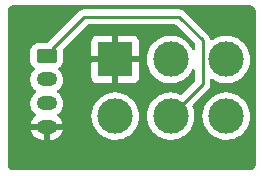
<source format=gbr>
%TF.GenerationSoftware,KiCad,Pcbnew,(6.0.7)*%
%TF.CreationDate,2023-06-23T09:46:04+02:00*%
%TF.ProjectId,switch_breakout,73776974-6368-45f6-9272-65616b6f7574,1.0*%
%TF.SameCoordinates,Original*%
%TF.FileFunction,Copper,L2,Bot*%
%TF.FilePolarity,Positive*%
%FSLAX46Y46*%
G04 Gerber Fmt 4.6, Leading zero omitted, Abs format (unit mm)*
G04 Created by KiCad (PCBNEW (6.0.7)) date 2023-06-23 09:46:04*
%MOMM*%
%LPD*%
G01*
G04 APERTURE LIST*
G04 Aperture macros list*
%AMRoundRect*
0 Rectangle with rounded corners*
0 $1 Rounding radius*
0 $2 $3 $4 $5 $6 $7 $8 $9 X,Y pos of 4 corners*
0 Add a 4 corners polygon primitive as box body*
4,1,4,$2,$3,$4,$5,$6,$7,$8,$9,$2,$3,0*
0 Add four circle primitives for the rounded corners*
1,1,$1+$1,$2,$3*
1,1,$1+$1,$4,$5*
1,1,$1+$1,$6,$7*
1,1,$1+$1,$8,$9*
0 Add four rect primitives between the rounded corners*
20,1,$1+$1,$2,$3,$4,$5,0*
20,1,$1+$1,$4,$5,$6,$7,0*
20,1,$1+$1,$6,$7,$8,$9,0*
20,1,$1+$1,$8,$9,$2,$3,0*%
G04 Aperture macros list end*
%TA.AperFunction,ComponentPad*%
%ADD10R,3.000000X3.000000*%
%TD*%
%TA.AperFunction,ComponentPad*%
%ADD11C,3.000000*%
%TD*%
%TA.AperFunction,ComponentPad*%
%ADD12RoundRect,0.250000X-0.625000X0.350000X-0.625000X-0.350000X0.625000X-0.350000X0.625000X0.350000X0*%
%TD*%
%TA.AperFunction,ComponentPad*%
%ADD13O,1.750000X1.200000*%
%TD*%
%TA.AperFunction,Conductor*%
%ADD14C,0.250000*%
%TD*%
G04 APERTURE END LIST*
D10*
%TO.P,SW1,1,A*%
%TO.N,GND*%
X124605000Y-85105000D03*
D11*
%TO.P,SW1,2,B*%
%TO.N,Net-(J1-Pad2)*%
X129305000Y-85105000D03*
%TO.P,SW1,3,C*%
%TO.N,Net-(J1-Pad3)*%
X134005000Y-85105000D03*
%TO.P,SW1,4,A*%
X124605000Y-89905000D03*
%TO.P,SW1,5,B*%
%TO.N,Net-(J1-Pad1)*%
X129305000Y-89905000D03*
%TO.P,SW1,6,C*%
%TO.N,Net-(J1-Pad3)*%
X134005000Y-89905000D03*
%TD*%
D12*
%TO.P,J1,1,Pin_1*%
%TO.N,Net-(J1-Pad1)*%
X118800000Y-84800000D03*
D13*
%TO.P,J1,2,Pin_2*%
%TO.N,Net-(J1-Pad2)*%
X118800000Y-86800000D03*
%TO.P,J1,3,Pin_3*%
%TO.N,Net-(J1-Pad3)*%
X118800000Y-88800000D03*
%TO.P,J1,4,Pin_4*%
%TO.N,GND*%
X118800000Y-90800000D03*
%TD*%
D14*
%TO.N,Net-(J1-Pad1)*%
X119250000Y-84800000D02*
X119250000Y-84250000D01*
X119250000Y-84250000D02*
X122000000Y-81500000D01*
X122000000Y-81500000D02*
X130000000Y-81500000D01*
X132000000Y-83500000D02*
X132000000Y-87210000D01*
X132000000Y-87210000D02*
X129305000Y-89905000D01*
X130000000Y-81500000D02*
X132000000Y-83500000D01*
%TD*%
%TA.AperFunction,Conductor*%
%TO.N,GND*%
G36*
X135970018Y-80510000D02*
G01*
X135984852Y-80512310D01*
X135984855Y-80512310D01*
X135993724Y-80513691D01*
X136002626Y-80512527D01*
X136002750Y-80512511D01*
X136033192Y-80512240D01*
X136040621Y-80513077D01*
X136095264Y-80519234D01*
X136122771Y-80525513D01*
X136199853Y-80552485D01*
X136225274Y-80564727D01*
X136294426Y-80608178D01*
X136316485Y-80625770D01*
X136374230Y-80683515D01*
X136391822Y-80705574D01*
X136435273Y-80774726D01*
X136447515Y-80800147D01*
X136474487Y-80877228D01*
X136480766Y-80904736D01*
X136487018Y-80960226D01*
X136486923Y-80975868D01*
X136487800Y-80975879D01*
X136487690Y-80984851D01*
X136486309Y-80993724D01*
X136487473Y-81002626D01*
X136487473Y-81002628D01*
X136489326Y-81016796D01*
X136490251Y-81023865D01*
X136490436Y-81025283D01*
X136491500Y-81041621D01*
X136491500Y-93950633D01*
X136490000Y-93970018D01*
X136486309Y-93993724D01*
X136487473Y-94002626D01*
X136487489Y-94002750D01*
X136487760Y-94033192D01*
X136485430Y-94053870D01*
X136480766Y-94095264D01*
X136474487Y-94122771D01*
X136447515Y-94199853D01*
X136435273Y-94225274D01*
X136391822Y-94294426D01*
X136374230Y-94316485D01*
X136316485Y-94374230D01*
X136294426Y-94391822D01*
X136225274Y-94435273D01*
X136199853Y-94447515D01*
X136122772Y-94474487D01*
X136095264Y-94480766D01*
X136039774Y-94487018D01*
X136024132Y-94486923D01*
X136024121Y-94487800D01*
X136015149Y-94487690D01*
X136006276Y-94486309D01*
X135997374Y-94487473D01*
X135997372Y-94487473D01*
X135986385Y-94488910D01*
X135974714Y-94490436D01*
X135958379Y-94491500D01*
X116049367Y-94491500D01*
X116029982Y-94490000D01*
X116015148Y-94487690D01*
X116015145Y-94487690D01*
X116006276Y-94486309D01*
X115997374Y-94487473D01*
X115997250Y-94487489D01*
X115966808Y-94487760D01*
X115946130Y-94485430D01*
X115904736Y-94480766D01*
X115877229Y-94474487D01*
X115800147Y-94447515D01*
X115774726Y-94435273D01*
X115705574Y-94391822D01*
X115683515Y-94374230D01*
X115625770Y-94316485D01*
X115608178Y-94294426D01*
X115564727Y-94225274D01*
X115552485Y-94199853D01*
X115525513Y-94122772D01*
X115519234Y-94095266D01*
X115513170Y-94041451D01*
X115512888Y-94016640D01*
X115513576Y-94012552D01*
X115513729Y-94000000D01*
X115509773Y-93972376D01*
X115508500Y-93954514D01*
X115508500Y-91067399D01*
X117449712Y-91067399D01*
X117471194Y-91156537D01*
X117475083Y-91167832D01*
X117557629Y-91349382D01*
X117563576Y-91359724D01*
X117678968Y-91522397D01*
X117686761Y-91531425D01*
X117830831Y-91669342D01*
X117840196Y-91676738D01*
X118007741Y-91784921D01*
X118018345Y-91790417D01*
X118203312Y-91864961D01*
X118214770Y-91868355D01*
X118411928Y-91906857D01*
X118420791Y-91907934D01*
X118423500Y-91908000D01*
X118527885Y-91908000D01*
X118543124Y-91903525D01*
X118544329Y-91902135D01*
X118546000Y-91894452D01*
X118546000Y-91889885D01*
X119054000Y-91889885D01*
X119058475Y-91905124D01*
X119059865Y-91906329D01*
X119067548Y-91908000D01*
X119124832Y-91908000D01*
X119130808Y-91907715D01*
X119279494Y-91893529D01*
X119291228Y-91891270D01*
X119482599Y-91835128D01*
X119493675Y-91830698D01*
X119670978Y-91739381D01*
X119681024Y-91732931D01*
X119837857Y-91609738D01*
X119846506Y-91601501D01*
X119977212Y-91450877D01*
X119984147Y-91441153D01*
X120084010Y-91268533D01*
X120088984Y-91257669D01*
X120154407Y-91069273D01*
X120154648Y-91068284D01*
X120153180Y-91057992D01*
X120139615Y-91054000D01*
X119072115Y-91054000D01*
X119056876Y-91058475D01*
X119055671Y-91059865D01*
X119054000Y-91067548D01*
X119054000Y-91889885D01*
X118546000Y-91889885D01*
X118546000Y-91072115D01*
X118541525Y-91056876D01*
X118540135Y-91055671D01*
X118532452Y-91054000D01*
X117464598Y-91054000D01*
X117451067Y-91057973D01*
X117449712Y-91067399D01*
X115508500Y-91067399D01*
X115508500Y-88745604D01*
X117412787Y-88745604D01*
X117422567Y-88956899D01*
X117423971Y-88962724D01*
X117423971Y-88962725D01*
X117454690Y-89090188D01*
X117472125Y-89162534D01*
X117474607Y-89167992D01*
X117474608Y-89167996D01*
X117518053Y-89263546D01*
X117559674Y-89355087D01*
X117682054Y-89527611D01*
X117834850Y-89673881D01*
X117839881Y-89677130D01*
X117839888Y-89677135D01*
X117867607Y-89695033D01*
X117913984Y-89748789D01*
X117923937Y-89819085D01*
X117894304Y-89883602D01*
X117877091Y-89899970D01*
X117762143Y-89990262D01*
X117753494Y-89998499D01*
X117622788Y-90149123D01*
X117615853Y-90158847D01*
X117515990Y-90331467D01*
X117511016Y-90342331D01*
X117445593Y-90530727D01*
X117445352Y-90531716D01*
X117446820Y-90542008D01*
X117460385Y-90546000D01*
X120135402Y-90546000D01*
X120148933Y-90542027D01*
X120150288Y-90532601D01*
X120128806Y-90443463D01*
X120124917Y-90432168D01*
X120042371Y-90250618D01*
X120036424Y-90240276D01*
X119921032Y-90077603D01*
X119913239Y-90068575D01*
X119769169Y-89930658D01*
X119759800Y-89923259D01*
X119732423Y-89905582D01*
X119713732Y-89883918D01*
X122591917Y-89883918D01*
X122607682Y-90157320D01*
X122608507Y-90161525D01*
X122608508Y-90161533D01*
X122619127Y-90215657D01*
X122660405Y-90426053D01*
X122661792Y-90430103D01*
X122661793Y-90430108D01*
X122700105Y-90542008D01*
X122749112Y-90685144D01*
X122872160Y-90929799D01*
X122874586Y-90933328D01*
X122874589Y-90933334D01*
X123024843Y-91151953D01*
X123027274Y-91155490D01*
X123211582Y-91358043D01*
X123421675Y-91533707D01*
X123425316Y-91535991D01*
X123650024Y-91676951D01*
X123650028Y-91676953D01*
X123653664Y-91679234D01*
X123721544Y-91709883D01*
X123899345Y-91790164D01*
X123899349Y-91790166D01*
X123903257Y-91791930D01*
X123907377Y-91793150D01*
X123907376Y-91793150D01*
X124161723Y-91868491D01*
X124161727Y-91868492D01*
X124165836Y-91869709D01*
X124170070Y-91870357D01*
X124170075Y-91870358D01*
X124432298Y-91910483D01*
X124432300Y-91910483D01*
X124436540Y-91911132D01*
X124575912Y-91913322D01*
X124706071Y-91915367D01*
X124706077Y-91915367D01*
X124710362Y-91915434D01*
X124982235Y-91882534D01*
X125247127Y-91813041D01*
X125251087Y-91811401D01*
X125251092Y-91811399D01*
X125373631Y-91760641D01*
X125500136Y-91708241D01*
X125668704Y-91609738D01*
X125732879Y-91572237D01*
X125732880Y-91572236D01*
X125736582Y-91570073D01*
X125952089Y-91401094D01*
X125992180Y-91359724D01*
X126139686Y-91207509D01*
X126142669Y-91204431D01*
X126145202Y-91200983D01*
X126145206Y-91200978D01*
X126302257Y-90987178D01*
X126304795Y-90983723D01*
X126332154Y-90933334D01*
X126433418Y-90746830D01*
X126433419Y-90746828D01*
X126435468Y-90743054D01*
X126511437Y-90542008D01*
X126530751Y-90490895D01*
X126530752Y-90490891D01*
X126532269Y-90486877D01*
X126565374Y-90342331D01*
X126592449Y-90224117D01*
X126592450Y-90224113D01*
X126593407Y-90219933D01*
X126606110Y-90077603D01*
X126617531Y-89949627D01*
X126617531Y-89949625D01*
X126617751Y-89947161D01*
X126618193Y-89905000D01*
X126604262Y-89700644D01*
X126599859Y-89636055D01*
X126599858Y-89636049D01*
X126599567Y-89631778D01*
X126544032Y-89363612D01*
X126452617Y-89105465D01*
X126327013Y-88862112D01*
X126317376Y-88848399D01*
X126240955Y-88739664D01*
X126169545Y-88638057D01*
X125983125Y-88437445D01*
X125979810Y-88434731D01*
X125979806Y-88434728D01*
X125774523Y-88266706D01*
X125771205Y-88263990D01*
X125537704Y-88120901D01*
X125533768Y-88119173D01*
X125290873Y-88012549D01*
X125290869Y-88012548D01*
X125286945Y-88010825D01*
X125023566Y-87935800D01*
X125019324Y-87935196D01*
X125019318Y-87935195D01*
X124808941Y-87905254D01*
X124752443Y-87897213D01*
X124608589Y-87896460D01*
X124482877Y-87895802D01*
X124482871Y-87895802D01*
X124478591Y-87895780D01*
X124474347Y-87896339D01*
X124474343Y-87896339D01*
X124355302Y-87912011D01*
X124207078Y-87931525D01*
X124202938Y-87932658D01*
X124202936Y-87932658D01*
X124130008Y-87952609D01*
X123942928Y-88003788D01*
X123938980Y-88005472D01*
X123694982Y-88109546D01*
X123694978Y-88109548D01*
X123691030Y-88111232D01*
X123671125Y-88123145D01*
X123459725Y-88249664D01*
X123459721Y-88249667D01*
X123456043Y-88251868D01*
X123242318Y-88423094D01*
X123053808Y-88621742D01*
X122894002Y-88844136D01*
X122765857Y-89086161D01*
X122764385Y-89090184D01*
X122764383Y-89090188D01*
X122699041Y-89268742D01*
X122671743Y-89343337D01*
X122613404Y-89610907D01*
X122613068Y-89615177D01*
X122593195Y-89867686D01*
X122591917Y-89883918D01*
X119713732Y-89883918D01*
X119686045Y-89851828D01*
X119676091Y-89781532D01*
X119705722Y-89717015D01*
X119722937Y-89700644D01*
X119838202Y-89610102D01*
X119842920Y-89606396D01*
X119846852Y-89601865D01*
X119846855Y-89601862D01*
X119977621Y-89451167D01*
X119981552Y-89446637D01*
X119984552Y-89441451D01*
X119984555Y-89441447D01*
X120084467Y-89268742D01*
X120087473Y-89263546D01*
X120156861Y-89063729D01*
X120172351Y-88956899D01*
X120186352Y-88860336D01*
X120186352Y-88860333D01*
X120187213Y-88854396D01*
X120177433Y-88643101D01*
X120127875Y-88437466D01*
X120121341Y-88423094D01*
X120047982Y-88261751D01*
X120040326Y-88244913D01*
X119917946Y-88072389D01*
X119765150Y-87926119D01*
X119759255Y-87922312D01*
X119732837Y-87905254D01*
X119686460Y-87851499D01*
X119676507Y-87781203D01*
X119706139Y-87716686D01*
X119723353Y-87700317D01*
X119730446Y-87694746D01*
X119842920Y-87606396D01*
X119846852Y-87601865D01*
X119846855Y-87601862D01*
X119977621Y-87451167D01*
X119981552Y-87446637D01*
X119984552Y-87441451D01*
X119984555Y-87441447D01*
X120084467Y-87268742D01*
X120087473Y-87263546D01*
X120156861Y-87063729D01*
X120164053Y-87014130D01*
X120186352Y-86860336D01*
X120186352Y-86860333D01*
X120187213Y-86854396D01*
X120177737Y-86649669D01*
X122597001Y-86649669D01*
X122597371Y-86656490D01*
X122602895Y-86707352D01*
X122606521Y-86722604D01*
X122651676Y-86843054D01*
X122660214Y-86858649D01*
X122736715Y-86960724D01*
X122749276Y-86973285D01*
X122851351Y-87049786D01*
X122866946Y-87058324D01*
X122987394Y-87103478D01*
X123002649Y-87107105D01*
X123053514Y-87112631D01*
X123060328Y-87113000D01*
X124332885Y-87113000D01*
X124348124Y-87108525D01*
X124349329Y-87107135D01*
X124351000Y-87099452D01*
X124351000Y-87094884D01*
X124859000Y-87094884D01*
X124863475Y-87110123D01*
X124864865Y-87111328D01*
X124872548Y-87112999D01*
X126149669Y-87112999D01*
X126156490Y-87112629D01*
X126207352Y-87107105D01*
X126222604Y-87103479D01*
X126343054Y-87058324D01*
X126358649Y-87049786D01*
X126460724Y-86973285D01*
X126473285Y-86960724D01*
X126549786Y-86858649D01*
X126558324Y-86843054D01*
X126603478Y-86722606D01*
X126607105Y-86707351D01*
X126612631Y-86656486D01*
X126613000Y-86649672D01*
X126613000Y-85377115D01*
X126608525Y-85361876D01*
X126607135Y-85360671D01*
X126599452Y-85359000D01*
X124877115Y-85359000D01*
X124861876Y-85363475D01*
X124860671Y-85364865D01*
X124859000Y-85372548D01*
X124859000Y-87094884D01*
X124351000Y-87094884D01*
X124351000Y-85377115D01*
X124346525Y-85361876D01*
X124345135Y-85360671D01*
X124337452Y-85359000D01*
X122615116Y-85359000D01*
X122599877Y-85363475D01*
X122598672Y-85364865D01*
X122597001Y-85372548D01*
X122597001Y-86649669D01*
X120177737Y-86649669D01*
X120177433Y-86643101D01*
X120127875Y-86437466D01*
X120114255Y-86407509D01*
X120042806Y-86250368D01*
X120040326Y-86244913D01*
X119917946Y-86072389D01*
X119913619Y-86068247D01*
X119913614Y-86068241D01*
X119822683Y-85981194D01*
X119787306Y-85919639D01*
X119790825Y-85848730D01*
X119832121Y-85790979D01*
X119843504Y-85783035D01*
X119899348Y-85748478D01*
X120024305Y-85623303D01*
X120117115Y-85472738D01*
X120155397Y-85357320D01*
X120170632Y-85311389D01*
X120170632Y-85311387D01*
X120172797Y-85304861D01*
X120183500Y-85200400D01*
X120183500Y-84832885D01*
X122597000Y-84832885D01*
X122601475Y-84848124D01*
X122602865Y-84849329D01*
X122610548Y-84851000D01*
X124332885Y-84851000D01*
X124348124Y-84846525D01*
X124349329Y-84845135D01*
X124351000Y-84837452D01*
X124351000Y-84832885D01*
X124859000Y-84832885D01*
X124863475Y-84848124D01*
X124864865Y-84849329D01*
X124872548Y-84851000D01*
X126594884Y-84851000D01*
X126610123Y-84846525D01*
X126611328Y-84845135D01*
X126612999Y-84837452D01*
X126612999Y-83560331D01*
X126612629Y-83553510D01*
X126607105Y-83502648D01*
X126603479Y-83487396D01*
X126558324Y-83366946D01*
X126549786Y-83351351D01*
X126473285Y-83249276D01*
X126460724Y-83236715D01*
X126358649Y-83160214D01*
X126343054Y-83151676D01*
X126222606Y-83106522D01*
X126207351Y-83102895D01*
X126156486Y-83097369D01*
X126149672Y-83097000D01*
X124877115Y-83097000D01*
X124861876Y-83101475D01*
X124860671Y-83102865D01*
X124859000Y-83110548D01*
X124859000Y-84832885D01*
X124351000Y-84832885D01*
X124351000Y-83115116D01*
X124346525Y-83099877D01*
X124345135Y-83098672D01*
X124337452Y-83097001D01*
X123060331Y-83097001D01*
X123053510Y-83097371D01*
X123002648Y-83102895D01*
X122987396Y-83106521D01*
X122866946Y-83151676D01*
X122851351Y-83160214D01*
X122749276Y-83236715D01*
X122736715Y-83249276D01*
X122660214Y-83351351D01*
X122651676Y-83366946D01*
X122606522Y-83487394D01*
X122602895Y-83502649D01*
X122597369Y-83553514D01*
X122597000Y-83560328D01*
X122597000Y-84832885D01*
X120183500Y-84832885D01*
X120183500Y-84399600D01*
X120172526Y-84293834D01*
X120174610Y-84293618D01*
X120179049Y-84232845D01*
X120207943Y-84187961D01*
X122225499Y-82170405D01*
X122287811Y-82136379D01*
X122314594Y-82133500D01*
X129685406Y-82133500D01*
X129753527Y-82153502D01*
X129774501Y-82170405D01*
X131329595Y-83725500D01*
X131363621Y-83787812D01*
X131366500Y-83814595D01*
X131366500Y-84201015D01*
X131346498Y-84269136D01*
X131292842Y-84315629D01*
X131222568Y-84325733D01*
X131157988Y-84296239D01*
X131128534Y-84258805D01*
X131028978Y-84065919D01*
X131028978Y-84065918D01*
X131027013Y-84062112D01*
X131017040Y-84047921D01*
X130879008Y-83851522D01*
X130869545Y-83838057D01*
X130683125Y-83637445D01*
X130679810Y-83634731D01*
X130679806Y-83634728D01*
X130474523Y-83466706D01*
X130471205Y-83463990D01*
X130237704Y-83320901D01*
X130233768Y-83319173D01*
X129990873Y-83212549D01*
X129990869Y-83212548D01*
X129986945Y-83210825D01*
X129723566Y-83135800D01*
X129719324Y-83135196D01*
X129719318Y-83135195D01*
X129517844Y-83106521D01*
X129452443Y-83097213D01*
X129308589Y-83096460D01*
X129182877Y-83095802D01*
X129182871Y-83095802D01*
X129178591Y-83095780D01*
X129174347Y-83096339D01*
X129174343Y-83096339D01*
X129066416Y-83110548D01*
X128907078Y-83131525D01*
X128902938Y-83132658D01*
X128902936Y-83132658D01*
X128851633Y-83146693D01*
X128642928Y-83203788D01*
X128638980Y-83205472D01*
X128394982Y-83309546D01*
X128394978Y-83309548D01*
X128391030Y-83311232D01*
X128275027Y-83380658D01*
X128159725Y-83449664D01*
X128159721Y-83449667D01*
X128156043Y-83451868D01*
X127942318Y-83623094D01*
X127753808Y-83821742D01*
X127594002Y-84044136D01*
X127465857Y-84286161D01*
X127464385Y-84290184D01*
X127464383Y-84290188D01*
X127373214Y-84539317D01*
X127371743Y-84543337D01*
X127313404Y-84810907D01*
X127291917Y-85083918D01*
X127307682Y-85357320D01*
X127308507Y-85361525D01*
X127308508Y-85361533D01*
X127319127Y-85415657D01*
X127360405Y-85626053D01*
X127361792Y-85630103D01*
X127361793Y-85630108D01*
X127442830Y-85866796D01*
X127449112Y-85885144D01*
X127491308Y-85969042D01*
X127513755Y-86013672D01*
X127572160Y-86129799D01*
X127574586Y-86133328D01*
X127574589Y-86133334D01*
X127647917Y-86240026D01*
X127727274Y-86355490D01*
X127730161Y-86358663D01*
X127730162Y-86358664D01*
X127886617Y-86530607D01*
X127911582Y-86558043D01*
X128121675Y-86733707D01*
X128125316Y-86735991D01*
X128350024Y-86876951D01*
X128350028Y-86876953D01*
X128353664Y-86879234D01*
X128421544Y-86909883D01*
X128599345Y-86990164D01*
X128599349Y-86990166D01*
X128603257Y-86991930D01*
X128607377Y-86993150D01*
X128607376Y-86993150D01*
X128861723Y-87068491D01*
X128861727Y-87068492D01*
X128865836Y-87069709D01*
X128870070Y-87070357D01*
X128870075Y-87070358D01*
X129132298Y-87110483D01*
X129132300Y-87110483D01*
X129136540Y-87111132D01*
X129275912Y-87113322D01*
X129406071Y-87115367D01*
X129406077Y-87115367D01*
X129410362Y-87115434D01*
X129682235Y-87082534D01*
X129947127Y-87013041D01*
X129951087Y-87011401D01*
X129951092Y-87011399D01*
X130082665Y-86956899D01*
X130200136Y-86908241D01*
X130318359Y-86839157D01*
X130432879Y-86772237D01*
X130432880Y-86772236D01*
X130436582Y-86770073D01*
X130652089Y-86601094D01*
X130676050Y-86576369D01*
X130839686Y-86407509D01*
X130842669Y-86404431D01*
X130845202Y-86400983D01*
X130845206Y-86400978D01*
X131002257Y-86187178D01*
X131004795Y-86183723D01*
X131034074Y-86129799D01*
X131105560Y-85998138D01*
X131129769Y-85953550D01*
X131179852Y-85903228D01*
X131249190Y-85887972D01*
X131315769Y-85912624D01*
X131358451Y-85969359D01*
X131366500Y-86013672D01*
X131366500Y-86895406D01*
X131346498Y-86963527D01*
X131329595Y-86984501D01*
X130267664Y-88046432D01*
X130205352Y-88080458D01*
X130127924Y-88072710D01*
X129990878Y-88012551D01*
X129990872Y-88012549D01*
X129986945Y-88010825D01*
X129723566Y-87935800D01*
X129719324Y-87935196D01*
X129719318Y-87935195D01*
X129508941Y-87905254D01*
X129452443Y-87897213D01*
X129308589Y-87896460D01*
X129182877Y-87895802D01*
X129182871Y-87895802D01*
X129178591Y-87895780D01*
X129174347Y-87896339D01*
X129174343Y-87896339D01*
X129055302Y-87912011D01*
X128907078Y-87931525D01*
X128902938Y-87932658D01*
X128902936Y-87932658D01*
X128830008Y-87952609D01*
X128642928Y-88003788D01*
X128638980Y-88005472D01*
X128394982Y-88109546D01*
X128394978Y-88109548D01*
X128391030Y-88111232D01*
X128371125Y-88123145D01*
X128159725Y-88249664D01*
X128159721Y-88249667D01*
X128156043Y-88251868D01*
X127942318Y-88423094D01*
X127753808Y-88621742D01*
X127594002Y-88844136D01*
X127465857Y-89086161D01*
X127464385Y-89090184D01*
X127464383Y-89090188D01*
X127399041Y-89268742D01*
X127371743Y-89343337D01*
X127313404Y-89610907D01*
X127313068Y-89615177D01*
X127293195Y-89867686D01*
X127291917Y-89883918D01*
X127307682Y-90157320D01*
X127308507Y-90161525D01*
X127308508Y-90161533D01*
X127319127Y-90215657D01*
X127360405Y-90426053D01*
X127361792Y-90430103D01*
X127361793Y-90430108D01*
X127400105Y-90542008D01*
X127449112Y-90685144D01*
X127572160Y-90929799D01*
X127574586Y-90933328D01*
X127574589Y-90933334D01*
X127724843Y-91151953D01*
X127727274Y-91155490D01*
X127911582Y-91358043D01*
X128121675Y-91533707D01*
X128125316Y-91535991D01*
X128350024Y-91676951D01*
X128350028Y-91676953D01*
X128353664Y-91679234D01*
X128421544Y-91709883D01*
X128599345Y-91790164D01*
X128599349Y-91790166D01*
X128603257Y-91791930D01*
X128607377Y-91793150D01*
X128607376Y-91793150D01*
X128861723Y-91868491D01*
X128861727Y-91868492D01*
X128865836Y-91869709D01*
X128870070Y-91870357D01*
X128870075Y-91870358D01*
X129132298Y-91910483D01*
X129132300Y-91910483D01*
X129136540Y-91911132D01*
X129275912Y-91913322D01*
X129406071Y-91915367D01*
X129406077Y-91915367D01*
X129410362Y-91915434D01*
X129682235Y-91882534D01*
X129947127Y-91813041D01*
X129951087Y-91811401D01*
X129951092Y-91811399D01*
X130073631Y-91760641D01*
X130200136Y-91708241D01*
X130368704Y-91609738D01*
X130432879Y-91572237D01*
X130432880Y-91572236D01*
X130436582Y-91570073D01*
X130652089Y-91401094D01*
X130692180Y-91359724D01*
X130839686Y-91207509D01*
X130842669Y-91204431D01*
X130845202Y-91200983D01*
X130845206Y-91200978D01*
X131002257Y-90987178D01*
X131004795Y-90983723D01*
X131032154Y-90933334D01*
X131133418Y-90746830D01*
X131133419Y-90746828D01*
X131135468Y-90743054D01*
X131211437Y-90542008D01*
X131230751Y-90490895D01*
X131230752Y-90490891D01*
X131232269Y-90486877D01*
X131265374Y-90342331D01*
X131292449Y-90224117D01*
X131292450Y-90224113D01*
X131293407Y-90219933D01*
X131306110Y-90077603D01*
X131317531Y-89949627D01*
X131317531Y-89949625D01*
X131317751Y-89947161D01*
X131318193Y-89905000D01*
X131316756Y-89883918D01*
X131991917Y-89883918D01*
X132007682Y-90157320D01*
X132008507Y-90161525D01*
X132008508Y-90161533D01*
X132019127Y-90215657D01*
X132060405Y-90426053D01*
X132061792Y-90430103D01*
X132061793Y-90430108D01*
X132100105Y-90542008D01*
X132149112Y-90685144D01*
X132272160Y-90929799D01*
X132274586Y-90933328D01*
X132274589Y-90933334D01*
X132424843Y-91151953D01*
X132427274Y-91155490D01*
X132611582Y-91358043D01*
X132821675Y-91533707D01*
X132825316Y-91535991D01*
X133050024Y-91676951D01*
X133050028Y-91676953D01*
X133053664Y-91679234D01*
X133121544Y-91709883D01*
X133299345Y-91790164D01*
X133299349Y-91790166D01*
X133303257Y-91791930D01*
X133307377Y-91793150D01*
X133307376Y-91793150D01*
X133561723Y-91868491D01*
X133561727Y-91868492D01*
X133565836Y-91869709D01*
X133570070Y-91870357D01*
X133570075Y-91870358D01*
X133832298Y-91910483D01*
X133832300Y-91910483D01*
X133836540Y-91911132D01*
X133975912Y-91913322D01*
X134106071Y-91915367D01*
X134106077Y-91915367D01*
X134110362Y-91915434D01*
X134382235Y-91882534D01*
X134647127Y-91813041D01*
X134651087Y-91811401D01*
X134651092Y-91811399D01*
X134773631Y-91760641D01*
X134900136Y-91708241D01*
X135068704Y-91609738D01*
X135132879Y-91572237D01*
X135132880Y-91572236D01*
X135136582Y-91570073D01*
X135352089Y-91401094D01*
X135392180Y-91359724D01*
X135539686Y-91207509D01*
X135542669Y-91204431D01*
X135545202Y-91200983D01*
X135545206Y-91200978D01*
X135702257Y-90987178D01*
X135704795Y-90983723D01*
X135732154Y-90933334D01*
X135833418Y-90746830D01*
X135833419Y-90746828D01*
X135835468Y-90743054D01*
X135911437Y-90542008D01*
X135930751Y-90490895D01*
X135930752Y-90490891D01*
X135932269Y-90486877D01*
X135965374Y-90342331D01*
X135992449Y-90224117D01*
X135992450Y-90224113D01*
X135993407Y-90219933D01*
X136006110Y-90077603D01*
X136017531Y-89949627D01*
X136017531Y-89949625D01*
X136017751Y-89947161D01*
X136018193Y-89905000D01*
X136004262Y-89700644D01*
X135999859Y-89636055D01*
X135999858Y-89636049D01*
X135999567Y-89631778D01*
X135944032Y-89363612D01*
X135852617Y-89105465D01*
X135727013Y-88862112D01*
X135717376Y-88848399D01*
X135640955Y-88739664D01*
X135569545Y-88638057D01*
X135383125Y-88437445D01*
X135379810Y-88434731D01*
X135379806Y-88434728D01*
X135174523Y-88266706D01*
X135171205Y-88263990D01*
X134937704Y-88120901D01*
X134933768Y-88119173D01*
X134690873Y-88012549D01*
X134690869Y-88012548D01*
X134686945Y-88010825D01*
X134423566Y-87935800D01*
X134419324Y-87935196D01*
X134419318Y-87935195D01*
X134208941Y-87905254D01*
X134152443Y-87897213D01*
X134008589Y-87896460D01*
X133882877Y-87895802D01*
X133882871Y-87895802D01*
X133878591Y-87895780D01*
X133874347Y-87896339D01*
X133874343Y-87896339D01*
X133755302Y-87912011D01*
X133607078Y-87931525D01*
X133602938Y-87932658D01*
X133602936Y-87932658D01*
X133530008Y-87952609D01*
X133342928Y-88003788D01*
X133338980Y-88005472D01*
X133094982Y-88109546D01*
X133094978Y-88109548D01*
X133091030Y-88111232D01*
X133071125Y-88123145D01*
X132859725Y-88249664D01*
X132859721Y-88249667D01*
X132856043Y-88251868D01*
X132642318Y-88423094D01*
X132453808Y-88621742D01*
X132294002Y-88844136D01*
X132165857Y-89086161D01*
X132164385Y-89090184D01*
X132164383Y-89090188D01*
X132099041Y-89268742D01*
X132071743Y-89343337D01*
X132013404Y-89610907D01*
X132013068Y-89615177D01*
X131993195Y-89867686D01*
X131991917Y-89883918D01*
X131316756Y-89883918D01*
X131304262Y-89700644D01*
X131299859Y-89636055D01*
X131299858Y-89636049D01*
X131299567Y-89631778D01*
X131244032Y-89363612D01*
X131152617Y-89105465D01*
X131150655Y-89101663D01*
X131150649Y-89101650D01*
X131143030Y-89086890D01*
X131129560Y-89017183D01*
X131155915Y-88951259D01*
X131165900Y-88940004D01*
X132392247Y-87713657D01*
X132400537Y-87706113D01*
X132407018Y-87702000D01*
X132453659Y-87652332D01*
X132456413Y-87649491D01*
X132476135Y-87629769D01*
X132478612Y-87626576D01*
X132486317Y-87617555D01*
X132511159Y-87591100D01*
X132516586Y-87585321D01*
X132520407Y-87578371D01*
X132526346Y-87567568D01*
X132537202Y-87551041D01*
X132544757Y-87541302D01*
X132544758Y-87541300D01*
X132549614Y-87535040D01*
X132567174Y-87494460D01*
X132572391Y-87483812D01*
X132589875Y-87452009D01*
X132589876Y-87452007D01*
X132593695Y-87445060D01*
X132598733Y-87425437D01*
X132605137Y-87406734D01*
X132610033Y-87395420D01*
X132610033Y-87395419D01*
X132613181Y-87388145D01*
X132614420Y-87380322D01*
X132614423Y-87380312D01*
X132620099Y-87344476D01*
X132622505Y-87332856D01*
X132631528Y-87297711D01*
X132631528Y-87297710D01*
X132633500Y-87290030D01*
X132633500Y-87269776D01*
X132635051Y-87250065D01*
X132636980Y-87237886D01*
X132638220Y-87230057D01*
X132634059Y-87186038D01*
X132633500Y-87174181D01*
X132633500Y-86843443D01*
X132653502Y-86775322D01*
X132707158Y-86728829D01*
X132777432Y-86718725D01*
X132826456Y-86736706D01*
X132850200Y-86751601D01*
X133050024Y-86876951D01*
X133050028Y-86876953D01*
X133053664Y-86879234D01*
X133121544Y-86909883D01*
X133299345Y-86990164D01*
X133299349Y-86990166D01*
X133303257Y-86991930D01*
X133307377Y-86993150D01*
X133307376Y-86993150D01*
X133561723Y-87068491D01*
X133561727Y-87068492D01*
X133565836Y-87069709D01*
X133570070Y-87070357D01*
X133570075Y-87070358D01*
X133832298Y-87110483D01*
X133832300Y-87110483D01*
X133836540Y-87111132D01*
X133975912Y-87113322D01*
X134106071Y-87115367D01*
X134106077Y-87115367D01*
X134110362Y-87115434D01*
X134382235Y-87082534D01*
X134647127Y-87013041D01*
X134651087Y-87011401D01*
X134651092Y-87011399D01*
X134782665Y-86956899D01*
X134900136Y-86908241D01*
X135018359Y-86839157D01*
X135132879Y-86772237D01*
X135132880Y-86772236D01*
X135136582Y-86770073D01*
X135352089Y-86601094D01*
X135376050Y-86576369D01*
X135539686Y-86407509D01*
X135542669Y-86404431D01*
X135545202Y-86400983D01*
X135545206Y-86400978D01*
X135702257Y-86187178D01*
X135704795Y-86183723D01*
X135732154Y-86133334D01*
X135833418Y-85946830D01*
X135833419Y-85946828D01*
X135835468Y-85943054D01*
X135907537Y-85752329D01*
X135930751Y-85690895D01*
X135930752Y-85690891D01*
X135932269Y-85686877D01*
X135979886Y-85478968D01*
X135992449Y-85424117D01*
X135992450Y-85424113D01*
X135993407Y-85419933D01*
X135997229Y-85377115D01*
X136017531Y-85149627D01*
X136017531Y-85149625D01*
X136017751Y-85147161D01*
X136018193Y-85105000D01*
X136016465Y-85079648D01*
X135999859Y-84836055D01*
X135999858Y-84836049D01*
X135999567Y-84831778D01*
X135944032Y-84563612D01*
X135852617Y-84305465D01*
X135727013Y-84062112D01*
X135717040Y-84047921D01*
X135579008Y-83851522D01*
X135569545Y-83838057D01*
X135383125Y-83637445D01*
X135379810Y-83634731D01*
X135379806Y-83634728D01*
X135174523Y-83466706D01*
X135171205Y-83463990D01*
X134937704Y-83320901D01*
X134933768Y-83319173D01*
X134690873Y-83212549D01*
X134690869Y-83212548D01*
X134686945Y-83210825D01*
X134423566Y-83135800D01*
X134419324Y-83135196D01*
X134419318Y-83135195D01*
X134217844Y-83106521D01*
X134152443Y-83097213D01*
X134008589Y-83096460D01*
X133882877Y-83095802D01*
X133882871Y-83095802D01*
X133878591Y-83095780D01*
X133874347Y-83096339D01*
X133874343Y-83096339D01*
X133766416Y-83110548D01*
X133607078Y-83131525D01*
X133602938Y-83132658D01*
X133602936Y-83132658D01*
X133551633Y-83146693D01*
X133342928Y-83203788D01*
X133338980Y-83205472D01*
X133094982Y-83309546D01*
X133094978Y-83309548D01*
X133091030Y-83311232D01*
X132975027Y-83380658D01*
X132859725Y-83449664D01*
X132859721Y-83449667D01*
X132856043Y-83451868D01*
X132852700Y-83454546D01*
X132852696Y-83454549D01*
X132831727Y-83471349D01*
X132766058Y-83498331D01*
X132696225Y-83485526D01*
X132644401Y-83437000D01*
X132631103Y-83399983D01*
X132630672Y-83400108D01*
X132628659Y-83393177D01*
X132628658Y-83393175D01*
X132625022Y-83380658D01*
X132621014Y-83361306D01*
X132619467Y-83349063D01*
X132618474Y-83341203D01*
X132615556Y-83333832D01*
X132602200Y-83300097D01*
X132598355Y-83288870D01*
X132597721Y-83286687D01*
X132586018Y-83246407D01*
X132575707Y-83228972D01*
X132567012Y-83211224D01*
X132559552Y-83192383D01*
X132533564Y-83156613D01*
X132527048Y-83146693D01*
X132508580Y-83115465D01*
X132508578Y-83115462D01*
X132504542Y-83108638D01*
X132490221Y-83094317D01*
X132477380Y-83079283D01*
X132470131Y-83069306D01*
X132465472Y-83062893D01*
X132431395Y-83034702D01*
X132422616Y-83026712D01*
X130503652Y-81107747D01*
X130496112Y-81099461D01*
X130492000Y-81092982D01*
X130442348Y-81046356D01*
X130439507Y-81043602D01*
X130419770Y-81023865D01*
X130416573Y-81021385D01*
X130407551Y-81013680D01*
X130403400Y-81009782D01*
X130375321Y-80983414D01*
X130368375Y-80979595D01*
X130368372Y-80979593D01*
X130357566Y-80973652D01*
X130341047Y-80962801D01*
X130337727Y-80960226D01*
X130325041Y-80950386D01*
X130317772Y-80947241D01*
X130317768Y-80947238D01*
X130284463Y-80932826D01*
X130273813Y-80927609D01*
X130235060Y-80906305D01*
X130215437Y-80901267D01*
X130196734Y-80894863D01*
X130185420Y-80889967D01*
X130185419Y-80889967D01*
X130178145Y-80886819D01*
X130170322Y-80885580D01*
X130170312Y-80885577D01*
X130134476Y-80879901D01*
X130122856Y-80877495D01*
X130087711Y-80868472D01*
X130087710Y-80868472D01*
X130080030Y-80866500D01*
X130059776Y-80866500D01*
X130040065Y-80864949D01*
X130027886Y-80863020D01*
X130020057Y-80861780D01*
X129990786Y-80864547D01*
X129976039Y-80865941D01*
X129964181Y-80866500D01*
X122078767Y-80866500D01*
X122067584Y-80865973D01*
X122060091Y-80864298D01*
X122052165Y-80864547D01*
X122052164Y-80864547D01*
X121992014Y-80866438D01*
X121988055Y-80866500D01*
X121960144Y-80866500D01*
X121956210Y-80866997D01*
X121956209Y-80866997D01*
X121956144Y-80867005D01*
X121944307Y-80867938D01*
X121912490Y-80868938D01*
X121908029Y-80869078D01*
X121900110Y-80869327D01*
X121882454Y-80874456D01*
X121880658Y-80874978D01*
X121861306Y-80878986D01*
X121854235Y-80879880D01*
X121841203Y-80881526D01*
X121833834Y-80884443D01*
X121833832Y-80884444D01*
X121800097Y-80897800D01*
X121788869Y-80901645D01*
X121746407Y-80913982D01*
X121739585Y-80918016D01*
X121739579Y-80918019D01*
X121728968Y-80924294D01*
X121711218Y-80932990D01*
X121699756Y-80937528D01*
X121699751Y-80937531D01*
X121692383Y-80940448D01*
X121674970Y-80953099D01*
X121656625Y-80966427D01*
X121646707Y-80972943D01*
X121635463Y-80979593D01*
X121608637Y-80995458D01*
X121594313Y-81009782D01*
X121579281Y-81022621D01*
X121562893Y-81034528D01*
X121547405Y-81053250D01*
X121534712Y-81068593D01*
X121526722Y-81077373D01*
X118949500Y-83654595D01*
X118887188Y-83688621D01*
X118860405Y-83691500D01*
X118124600Y-83691500D01*
X118121354Y-83691837D01*
X118121350Y-83691837D01*
X118025692Y-83701762D01*
X118025688Y-83701763D01*
X118018834Y-83702474D01*
X118012298Y-83704655D01*
X118012296Y-83704655D01*
X117880194Y-83748728D01*
X117851054Y-83758450D01*
X117700652Y-83851522D01*
X117575695Y-83976697D01*
X117571855Y-83982927D01*
X117571854Y-83982928D01*
X117520698Y-84065919D01*
X117482885Y-84127262D01*
X117427203Y-84295139D01*
X117426503Y-84301975D01*
X117426502Y-84301978D01*
X117424068Y-84325733D01*
X117416500Y-84399600D01*
X117416500Y-85200400D01*
X117427474Y-85306166D01*
X117429655Y-85312702D01*
X117429655Y-85312704D01*
X117464003Y-85415657D01*
X117483450Y-85473946D01*
X117576522Y-85624348D01*
X117701697Y-85749305D01*
X117707927Y-85753145D01*
X117707928Y-85753146D01*
X117753236Y-85781074D01*
X117800729Y-85833846D01*
X117812153Y-85903918D01*
X117783879Y-85969042D01*
X117764955Y-85987418D01*
X117757080Y-85993604D01*
X117753148Y-85998135D01*
X117753145Y-85998138D01*
X117684474Y-86077275D01*
X117618448Y-86153363D01*
X117615448Y-86158549D01*
X117615445Y-86158553D01*
X117603064Y-86179955D01*
X117512527Y-86336454D01*
X117443139Y-86536271D01*
X117442278Y-86542206D01*
X117442278Y-86542208D01*
X117414912Y-86730951D01*
X117412787Y-86745604D01*
X117422567Y-86956899D01*
X117423971Y-86962724D01*
X117423971Y-86962725D01*
X117460650Y-87114918D01*
X117472125Y-87162534D01*
X117474607Y-87167992D01*
X117474608Y-87167996D01*
X117516376Y-87259858D01*
X117559674Y-87355087D01*
X117682054Y-87527611D01*
X117834850Y-87673881D01*
X117839888Y-87677134D01*
X117867163Y-87694746D01*
X117913540Y-87748501D01*
X117923493Y-87818797D01*
X117893861Y-87883314D01*
X117876649Y-87899681D01*
X117757080Y-87993604D01*
X117753148Y-87998135D01*
X117753145Y-87998138D01*
X117655007Y-88111232D01*
X117618448Y-88153363D01*
X117615448Y-88158549D01*
X117615445Y-88158553D01*
X117552877Y-88266706D01*
X117512527Y-88336454D01*
X117443139Y-88536271D01*
X117442278Y-88542206D01*
X117442278Y-88542208D01*
X117428381Y-88638057D01*
X117412787Y-88745604D01*
X115508500Y-88745604D01*
X115508500Y-81053250D01*
X115510246Y-81032345D01*
X115512770Y-81017344D01*
X115512770Y-81017341D01*
X115513576Y-81012552D01*
X115513729Y-81000000D01*
X115513040Y-80995188D01*
X115512723Y-80990327D01*
X115513008Y-80990308D01*
X115512607Y-80963549D01*
X115519234Y-80904736D01*
X115525513Y-80877229D01*
X115552485Y-80800147D01*
X115564727Y-80774726D01*
X115608178Y-80705574D01*
X115625770Y-80683515D01*
X115683515Y-80625770D01*
X115705574Y-80608178D01*
X115774726Y-80564727D01*
X115800147Y-80552485D01*
X115877228Y-80525513D01*
X115904736Y-80519234D01*
X115960226Y-80512982D01*
X115975868Y-80513077D01*
X115975879Y-80512200D01*
X115984851Y-80512310D01*
X115993724Y-80513691D01*
X116002626Y-80512527D01*
X116002628Y-80512527D01*
X116017951Y-80510523D01*
X116025286Y-80509564D01*
X116041621Y-80508500D01*
X135950633Y-80508500D01*
X135970018Y-80510000D01*
G37*
%TD.AperFunction*%
%TD*%
M02*

</source>
